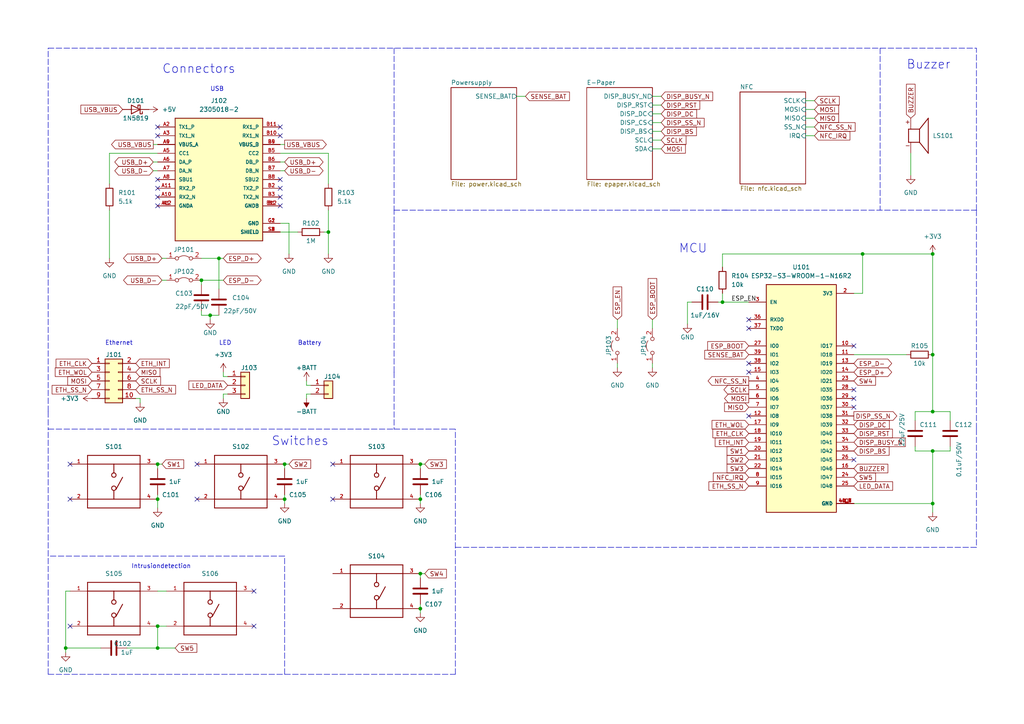
<source format=kicad_sch>
(kicad_sch (version 20211123) (generator eeschema)
  (paper "A4")
  (title_block (title "FabReader2") (date "2022-05-22") (rev "0.1") (company "RLKM UG (haftungsbeschränkt)") (comment 1 "Autoren: Joseph Langosch, Kai Kriegel"))
  (lib_symbols
    (symbol "2305018-2:2305018-2" (pin_names (offset 1.016))
      (property "Reference" "J" (at -12.7 18.0594 0))
      (property "Value" "2305018-2" (at -12.7 -20.3454 0))
      (symbol "2305018-2_0_0"
        (rectangle (start -12.7 -17.78) (end 12.7 17.78) (stroke (width 0.254)) (fill (type background)))
        (pin passive line (at -17.78 -7.62 0) (length 5.08) (name "GNDA") (number "A1"))
        (pin passive line (at -17.78 -5.08 0) (length 5.08) (name "RX2_N") (number "A10"))
        (pin passive line (at -17.78 -2.54 0) (length 5.08) (name "RX2_P") (number "A11"))
        (pin passive line (at -17.78 -7.62 0) (length 5.08) (name "GNDA") (number "A12"))
        (pin passive line (at -17.78 15.24 0) (length 5.08) (name "TX1_P") (number "A2"))
        (pin passive line (at -17.78 12.7 0) (length 5.08) (name "TX1_N") (number "A3"))
        (pin passive line (at -17.78 10.16 0) (length 5.08) (name "VBUS_A") (number "A4"))
        (pin passive line (at -17.78 7.62 0) (length 5.08) (name "CC1") (number "A5"))
        (pin passive line (at -17.78 5.08 0) (length 5.08) (name "DA_P") (number "A6"))
        (pin passive line (at -17.78 2.54 0) (length 5.08) (name "DA_N") (number "A7"))
        (pin passive line (at -17.78 0 0) (length 5.08) (name "SBU1") (number "A8"))
        (pin passive line (at -17.78 10.16 0) (length 5.08) (name "VBUS_A") (number "A9"))
        (pin passive line (at 17.78 -7.62 180) (length 5.08) (name "GNDB") (number "B1"))
        (pin passive line (at 17.78 12.7 180) (length 5.08) (name "RX1_N") (number "B10"))
        (pin passive line (at 17.78 15.24 180) (length 5.08) (name "RX1_P") (number "B11"))
        (pin passive line (at 17.78 -7.62 180) (length 5.08) (name "GNDB") (number "B12"))
        (pin passive line (at 17.78 -2.54 180) (length 5.08) (name "TX2_P") (number "B2"))
        (pin passive line (at 17.78 -5.08 180) (length 5.08) (name "TX2_N") (number "B3"))
        (pin passive line (at 17.78 10.16 180) (length 5.08) (name "VBUS_B") (number "B4"))
        (pin passive line (at 17.78 7.62 180) (length 5.08) (name "CC2") (number "B5"))
        (pin passive line (at 17.78 5.08 180) (length 5.08) (name "DB_P") (number "B6"))
        (pin passive line (at 17.78 2.54 180) (length 5.08) (name "DB_N") (number "B7"))
        (pin passive line (at 17.78 0 180) (length 5.08) (name "SBU2") (number "B8"))
        (pin passive line (at 17.78 10.16 180) (length 5.08) (name "VBUS_B") (number "B9"))
        (pin power_in line (at 17.78 -12.7 180) (length 5.08) (name "GND") (number "G1"))
        (pin power_in line (at 17.78 -12.7 180) (length 5.08) (name "GND") (number "G2"))
        (pin power_in line (at 17.78 -15.24 180) (length 5.08) (name "SHIELD") (number "S1"))
        (pin power_in line (at 17.78 -15.24 180) (length 5.08) (name "SHIELD") (number "S2"))
        (pin power_in line (at 17.78 -15.24 180) (length 5.08) (name "SHIELD") (number "S3"))
        (pin power_in line (at 17.78 -15.24 180) (length 5.08) (name "SHIELD") (number "S4"))
      )
    )
    (symbol "CMI-9705-0380-SMT-TR:CMI-9705-0380-SMT-TR" (pin_numbers hide) (pin_names (offset 1.016) hide)
      (property "Reference" "LS" (at -1.27 6.35 0))
      (property "Value" "CMI-9705-0380-SMT-TR" (at -1.27 -8.255 0))
      (symbol "CMI-9705-0380-SMT-TR_0_0"
        (polyline (pts (xy -3.175 -1.905) (xy -2.54 -1.905)) (stroke (width 0.254)))
        (polyline (pts (xy -3.175 1.905) (xy -3.175 -1.905)) (stroke (width 0.254)))
        (polyline (pts (xy -3.175 1.905) (xy -2.54 1.905)) (stroke (width 0.254)))
        (polyline (pts (xy -2.54 -2.54) (xy -2.54 -1.905)) (stroke (width 0.1524)))
        (polyline (pts (xy -2.54 -1.905) (xy 0 -1.905)) (stroke (width 0.254)))
        (polyline (pts (xy -2.54 1.905) (xy 0 1.905)) (stroke (width 0.254)))
        (polyline (pts (xy -2.54 2.54) (xy -2.54 1.905)) (stroke (width 0.1524)))
        (polyline (pts (xy 0 -1.905) (xy 0 1.905)) (stroke (width 0.254)))
        (polyline (pts (xy 0 -1.905) (xy 2.54 -5.08)) (stroke (width 0.254)))
        (polyline (pts (xy 0 1.905) (xy 2.54 5.08)) (stroke (width 0.254)))
        (polyline (pts (xy 2.54 -5.08) (xy 2.54 5.08)) (stroke (width 0.254)))
        (text "+" (at -4.318 3.302 0) (effects (font (size 1.27 1.27)) (justify left bottom)))
        (text "-" (at -4.318 -3.556 0) (effects (font (size 1.27 1.27)) (justify left bottom)))
        (pin passive line (at -2.54 -5.08 90) (length 2.54) (name "~") (number "N"))
        (pin passive line (at -2.54 5.08 270) (length 2.54) (name "~") (number "P"))
      )
    )
    (symbol "Connector_Generic:Conn_01x02" (pin_names (offset 1.016) hide)
      (property "Reference" "J" (at 0 2.54 0))
      (property "Value" "Conn_01x02" (at 0 -5.08 0))
      (symbol "Conn_01x02_1_1"
        (rectangle (start -1.27 -2.413) (end 0 -2.667) (stroke (width 0.1524)))
        (rectangle (start -1.27 0.127) (end 0 -0.127) (stroke (width 0.1524)))
        (rectangle (start -1.27 1.27) (end 1.27 -3.81) (stroke (width 0.254)) (fill (type background)))
        (pin passive line (at -5.08 0 0) (length 3.81) (name "Pin_1") (number "1"))
        (pin passive line (at -5.08 -2.54 0) (length 3.81) (name "Pin_2") (number "2"))
      )
    )
    (symbol "Connector_Generic:Conn_01x03" (pin_names (offset 1.016) hide)
      (property "Reference" "J" (at 0 5.08 0))
      (property "Value" "Conn_01x03" (at 0 -5.08 0))
      (symbol "Conn_01x03_1_1"
        (rectangle (start -1.27 -2.413) (end 0 -2.667) (stroke (width 0.1524)))
        (rectangle (start -1.27 0.127) (end 0 -0.127) (stroke (width 0.1524)))
        (rectangle (start -1.27 2.667) (end 0 2.413) (stroke (width 0.1524)))
        (rectangle (start -1.27 3.81) (end 1.27 -3.81) (stroke (width 0.254)) (fill (type background)))
        (pin passive line (at -5.08 2.54 0) (length 3.81) (name "Pin_1") (number "1"))
        (pin passive line (at -5.08 0 0) (length 3.81) (name "Pin_2") (number "2"))
        (pin passive line (at -5.08 -2.54 0) (length 3.81) (name "Pin_3") (number "3"))
      )
    )
    (symbol "Connector_Generic:Conn_02x05_Odd_Even" (pin_names (offset 1.016) hide)
      (property "Reference" "J" (at 1.27 7.62 0))
      (property "Value" "Conn_02x05_Odd_Even" (at 1.27 -7.62 0))
      (symbol "Conn_02x05_Odd_Even_1_1"
        (rectangle (start -1.27 -4.953) (end 0 -5.207) (stroke (width 0.1524)))
        (rectangle (start -1.27 -2.413) (end 0 -2.667) (stroke (width 0.1524)))
        (rectangle (start -1.27 0.127) (end 0 -0.127) (stroke (width 0.1524)))
        (rectangle (start -1.27 2.667) (end 0 2.413) (stroke (width 0.1524)))
        (rectangle (start -1.27 5.207) (end 0 4.953) (stroke (width 0.1524)))
        (rectangle (start -1.27 6.35) (end 3.81 -6.35) (stroke (width 0.254)) (fill (type background)))
        (rectangle (start 3.81 -4.953) (end 2.54 -5.207) (stroke (width 0.1524)))
        (rectangle (start 3.81 -2.413) (end 2.54 -2.667) (stroke (width 0.1524)))
        (rectangle (start 3.81 0.127) (end 2.54 -0.127) (stroke (width 0.1524)))
        (rectangle (start 3.81 2.667) (end 2.54 2.413) (stroke (width 0.1524)))
        (rectangle (start 3.81 5.207) (end 2.54 4.953) (stroke (width 0.1524)))
        (pin passive line (at -5.08 5.08 0) (length 3.81) (name "Pin_1") (number "1"))
        (pin passive line (at 7.62 -5.08 180) (length 3.81) (name "Pin_10") (number "10"))
        (pin passive line (at 7.62 5.08 180) (length 3.81) (name "Pin_2") (number "2"))
        (pin passive line (at -5.08 2.54 0) (length 3.81) (name "Pin_3") (number "3"))
        (pin passive line (at 7.62 2.54 180) (length 3.81) (name "Pin_4") (number "4"))
        (pin passive line (at -5.08 0 0) (length 3.81) (name "Pin_5") (number "5"))
        (pin passive line (at 7.62 0 180) (length 3.81) (name "Pin_6") (number "6"))
        (pin passive line (at -5.08 -2.54 0) (length 3.81) (name "Pin_7") (number "7"))
        (pin passive line (at 7.62 -2.54 180) (length 3.81) (name "Pin_8") (number "8"))
        (pin passive line (at -5.08 -5.08 0) (length 3.81) (name "Pin_9") (number "9"))
      )
    )
    (symbol "Device:C" (pin_numbers hide) (pin_names (offset 0.254))
      (property "Reference" "C" (at 0.635 2.54 0))
      (property "Value" "C" (at 0.635 -2.54 0))
      (symbol "C_0_1"
        (polyline (pts (xy -2.032 -0.762) (xy 2.032 -0.762)) (stroke (width 0.508)))
        (polyline (pts (xy -2.032 0.762) (xy 2.032 0.762)) (stroke (width 0.508)))
      )
      (symbol "C_1_1"
        (pin passive line (at 0 3.81 270) (length 2.794) (name "~") (number "1"))
        (pin passive line (at 0 -3.81 90) (length 2.794) (name "~") (number "2"))
      )
    )
    (symbol "Device:R" (pin_numbers hide) (pin_names (offset 0))
      (property "Reference" "R" (at 2.032 0 90))
      (property "Value" "R" (at 0 0 90))
      (symbol "R_0_1"
        (rectangle (start -1.016 -2.54) (end 1.016 2.54) (stroke (width 0.254)))
      )
      (symbol "R_1_1"
        (pin passive line (at 0 3.81 270) (length 1.27) (name "~") (number "1"))
        (pin passive line (at 0 -3.81 90) (length 1.27) (name "~") (number "2"))
      )
    )
    (symbol "Diode:1N5819" (pin_numbers hide) (pin_names (offset 1.016) hide)
      (property "Reference" "D" (at 0 2.54 0))
      (property "Value" "1N5819" (at 0 -2.54 0))
      (symbol "1N5819_0_1"
        (polyline (pts (xy 1.27 0) (xy -1.27 0)))
        (polyline (pts (xy 1.27 1.27) (xy 1.27 -1.27) (xy -1.27 0) (xy 1.27 1.27)) (stroke (width 0.254)))
        (polyline (pts (xy -1.905 0.635) (xy -1.905 1.27) (xy -1.27 1.27) (xy -1.27 -1.27) (xy -0.635 -1.27) (xy -0.635 -0.635)) (stroke (width 0.254)))
      )
      (symbol "1N5819_1_1"
        (pin passive line (at -3.81 0 0) (length 2.54) (name "K") (number "1"))
        (pin passive line (at 3.81 0 180) (length 2.54) (name "A") (number "2"))
      )
    )
    (symbol "ESP32-S3-WROOM-1-N16R2:ESP32-S3-WROOM-1-N16R2" (pin_names (offset 1.016))
      (property "Reference" "U" (at -10.16 34.1122 0))
      (property "Value" "ESP32-S3-WROOM-1-N16R2" (at -10.16 -35.56 0))
      (symbol "ESP32-S3-WROOM-1-N16R2_0_0"
        (rectangle (start -10.16 -33.02) (end 10.16 33.02) (stroke (width 0.254)) (fill (type background)))
        (pin power_in line (at 15.24 -30.48 180) (length 5.08) (name "GND") (number "1"))
        (pin bidirectional line (at 15.24 15.24 180) (length 5.08) (name "IO17") (number "10"))
        (pin bidirectional line (at 15.24 12.7 180) (length 5.08) (name "IO18") (number "11"))
        (pin bidirectional line (at -15.24 -5.08 0) (length 5.08) (name "IO8") (number "12"))
        (pin bidirectional line (at 15.24 10.16 180) (length 5.08) (name "IO19") (number "13"))
        (pin bidirectional line (at 15.24 7.62 180) (length 5.08) (name "IO20") (number "14"))
        (pin bidirectional line (at -15.24 7.62 0) (length 5.08) (name "IO3") (number "15"))
        (pin bidirectional line (at 15.24 -20.32 180) (length 5.08) (name "IO46") (number "16"))
        (pin bidirectional line (at -15.24 -7.62 0) (length 5.08) (name "IO9") (number "17"))
        (pin bidirectional line (at -15.24 -10.16 0) (length 5.08) (name "IO10") (number "18"))
        (pin bidirectional line (at -15.24 -12.7 0) (length 5.08) (name "IO11") (number "19"))
        (pin power_in line (at 15.24 30.48 180) (length 5.08) (name "3V3") (number "2"))
        (pin bidirectional line (at -15.24 -15.24 0) (length 5.08) (name "IO12") (number "20"))
        (pin bidirectional line (at -15.24 -17.78 0) (length 5.08) (name "IO13") (number "21"))
        (pin bidirectional line (at -15.24 -20.32 0) (length 5.08) (name "IO14") (number "22"))
        (pin bidirectional line (at 15.24 5.08 180) (length 5.08) (name "IO21") (number "23"))
        (pin bidirectional line (at 15.24 -22.86 180) (length 5.08) (name "IO47") (number "24"))
        (pin bidirectional line (at 15.24 -25.4 180) (length 5.08) (name "IO48") (number "25"))
        (pin bidirectional line (at 15.24 -17.78 180) (length 5.08) (name "IO45") (number "26"))
        (pin bidirectional line (at -15.24 15.24 0) (length 5.08) (name "IO0") (number "27"))
        (pin bidirectional line (at 15.24 2.54 180) (length 5.08) (name "IO35") (number "28"))
        (pin bidirectional line (at 15.24 0 180) (length 5.08) (name "IO36") (number "29"))
        (pin input line (at -15.24 27.94 0) (length 5.08) (name "EN") (number "3"))
        (pin bidirectional line (at 15.24 -2.54 180) (length 5.08) (name "IO37") (number "30"))
        (pin bidirectional line (at 15.24 -5.08 180) (length 5.08) (name "IO38") (number "31"))
        (pin bidirectional line (at 15.24 -7.62 180) (length 5.08) (name "IO39") (number "32"))
        (pin bidirectional line (at 15.24 -10.16 180) (length 5.08) (name "IO40") (number "33"))
        (pin bidirectional line (at 15.24 -12.7 180) (length 5.08) (name "IO41") (number "34"))
        (pin bidirectional line (at 15.24 -15.24 180) (length 5.08) (name "IO42") (number "35"))
        (pin bidirectional line (at -15.24 22.86 0) (length 5.08) (name "RXD0") (number "36"))
        (pin bidirectional line (at -15.24 20.32 0) (length 5.08) (name "TXD0") (number "37"))
        (pin bidirectional line (at -15.24 10.16 0) (length 5.08) (name "IO2") (number "38"))
        (pin bidirectional line (at -15.24 12.7 0) (length 5.08) (name "IO1") (number "39"))
        (pin bidirectional line (at -15.24 5.08 0) (length 5.08) (name "IO4") (number "4"))
        (pin power_in line (at 15.24 -30.48 180) (length 5.08) (name "GND") (number "40"))
        (pin power_in line (at 15.24 -30.48 180) (length 5.08) (name "GND") (number "41_1"))
        (pin power_in line (at 15.24 -30.48 180) (length 5.08) (name "GND") (number "41_2"))
        (pin power_in line (at 15.24 -30.48 180) (length 5.08) (name "GND") (number "41_3"))
        (pin power_in line (at 15.24 -30.48 180) (length 5.08) (name "GND") (number "41_4"))
        (pin power_in line (at 15.24 -30.48 180) (length 5.08) (name "GND") (number "41_5"))
        (pin power_in line (at 15.24 -30.48 180) (length 5.08) (name "GND") (number "41_6"))
        (pin power_in line (at 15.24 -30.48 180) (length 5.08) (name "GND") (number "41_7"))
        (pin power_in line (at 15.24 -30.48 180) (length 5.08) (name "GND") (number "41_8"))
        (pin power_in line (at 15.24 -30.48 180) (length 5.08) (name "GND") (number "41_9"))
        (pin bidirectional line (at -15.24 2.54 0) (length 5.08) (name "IO5") (number "5"))
        (pin bidirectional line (at -15.24 0 0) (length 5.08) (name "IO6") (number "6"))
        (pin bidirectional line (at -15.24 -2.54 0) (length 5.08) (name "IO7") (number "7"))
        (pin bidirectional line (at -15.24 -22.86 0) (length 5.08) (name "IO15") (number "8"))
        (pin bidirectional line (at -15.24 -25.4 0) (length 5.08) (name "IO16") (number "9"))
      )
    )
    (symbol "Jumper:Jumper_2_Bridged" (pin_names (offset 0) hide)
      (property "Reference" "JP" (at 0 1.905 0))
      (property "Value" "Jumper_2_Bridged" (at 0 -2.54 0))
      (symbol "Jumper_2_Bridged_0_0"
        (circle (center -2.032 0) (radius 0.508))
        (circle (center 2.032 0) (radius 0.508))
      )
      (symbol "Jumper_2_Bridged_0_1"
        (arc (start 1.524 0.254) (mid 0 0.762) (end -1.524 0.254))
      )
      (symbol "Jumper_2_Bridged_1_1"
        (pin passive line (at -5.08 0 0) (length 2.54) (name "A") (number "1"))
        (pin passive line (at 5.08 0 180) (length 2.54) (name "B") (number "2"))
      )
    )
    (symbol "Jumper:Jumper_2_Open" (pin_names (offset 0) hide)
      (property "Reference" "JP" (at 0 2.794 0))
      (property "Value" "Jumper_2_Open" (at 0 -2.286 0))
      (symbol "Jumper_2_Open_0_0"
        (circle (center -2.032 0) (radius 0.508))
        (circle (center 2.032 0) (radius 0.508))
      )
      (symbol "Jumper_2_Open_0_1"
        (arc (start 1.524 1.27) (mid 0 1.778) (end -1.524 1.27))
      )
      (symbol "Jumper_2_Open_1_1"
        (pin passive line (at -5.08 0 0) (length 2.54) (name "A") (number "1"))
        (pin passive line (at 5.08 0 180) (length 2.54) (name "B") (number "2"))
      )
    )
    (symbol "TS04-66-95-BK-260-SMT:TS04-66-95-BK-260-SMT" (pin_names (offset 1.016) hide)
      (property "Reference" "S" (at -7.62 8.382 0))
      (property "Value" "TS04-66-95-BK-260-SMT" (at -7.62 -8.382 0))
      (symbol "TS04-66-95-BK-260-SMT_0_0"
        (circle (center 0 -1.905) (radius 0.635) (stroke (width 0.254)))
        (polyline (pts (xy -7.62 -7.62) (xy 7.62 -7.62)) (stroke (width 0.254)))
        (polyline (pts (xy -7.62 -5.08) (xy -7.62 -7.62)) (stroke (width 0.254)))
        (polyline (pts (xy -7.62 5.08) (xy -7.62 -5.08)) (stroke (width 0.254)))
        (polyline (pts (xy -7.62 7.62) (xy -7.62 5.08)) (stroke (width 0.254)))
        (polyline (pts (xy 0 -5.08) (xy -7.62 -5.08)) (stroke (width 0.254)))
        (polyline (pts (xy 0 -5.08) (xy 7.62 -5.08)) (stroke (width 0.254)))
        (polyline (pts (xy 0 -2.54) (xy 0 -5.08)) (stroke (width 0.254)))
        (polyline (pts (xy 0 5.08) (xy -7.62 5.08)) (stroke (width 0.254)))
        (polyline (pts (xy 0 5.08) (xy 0 2.54)) (stroke (width 0.254)))
        (polyline (pts (xy 0 5.08) (xy 7.62 5.08)) (stroke (width 0.254)))
        (polyline (pts (xy 0.635 -2.2352) (xy 2.54 1.27)) (stroke (width 0.254)))
        (polyline (pts (xy 7.62 -7.62) (xy 7.62 -5.08)) (stroke (width 0.254)))
        (polyline (pts (xy 7.62 -5.08) (xy 7.62 5.08)) (stroke (width 0.254)))
        (polyline (pts (xy 7.62 5.08) (xy 7.62 7.62)) (stroke (width 0.254)))
        (polyline (pts (xy 7.62 7.62) (xy -7.62 7.62)) (stroke (width 0.254)))
        (circle (center 0 1.905) (radius 0.635) (stroke (width 0.254)))
        (pin passive line (at -12.7 5.08 0) (length 5.08) (name "~") (number "1"))
        (pin passive line (at -12.7 -5.08 0) (length 5.08) (name "~") (number "2"))
        (pin passive line (at 12.7 5.08 180) (length 5.08) (name "~") (number "3"))
        (pin passive line (at 12.7 -5.08 180) (length 5.08) (name "~") (number "4"))
      )
    )
    (symbol "power:+3V3" (power) (pin_names (offset 0))
      (property "Value" "+3V3" (at 0 3.556 0))
      (symbol "+3V3_0_1"
        (polyline (pts (xy -0.762 1.27) (xy 0 2.54)))
        (polyline (pts (xy 0 0) (xy 0 2.54)))
        (polyline (pts (xy 0 2.54) (xy 0.762 1.27)))
      )
      (symbol "+3V3_1_1"
        (pin power_in line (at 0 0 90) (length 0) hide (name "+3V3") (number "1"))
      )
    )
    (symbol "power:+5V" (power) (pin_names (offset 0))
      (property "Value" "+5V" (at 0 3.556 0))
      (symbol "+5V_0_1"
        (polyline (pts (xy -0.762 1.27) (xy 0 2.54)))
        (polyline (pts (xy 0 0) (xy 0 2.54)))
        (polyline (pts (xy 0 2.54) (xy 0.762 1.27)))
      )
      (symbol "+5V_1_1"
        (pin power_in line (at 0 0 90) (length 0) hide (name "+5V") (number "1"))
      )
    )
    (symbol "power:+BATT" (power) (pin_names (offset 0))
      (property "Value" "+BATT" (at 0 3.556 0))
      (symbol "+BATT_0_1"
        (polyline (pts (xy -0.762 1.27) (xy 0 2.54)))
        (polyline (pts (xy 0 0) (xy 0 2.54)))
        (polyline (pts (xy 0 2.54) (xy 0.762 1.27)))
      )
      (symbol "+BATT_1_1"
        (pin power_in line (at 0 0 90) (length 0) hide (name "+BATT") (number "1"))
      )
    )
    (symbol "power:-BATT" (power) (pin_names (offset 0))
      (property "Value" "-BATT" (at 0 3.556 0))
      (symbol "-BATT_0_1"
        (polyline (pts (xy 0 0) (xy 0 2.54)))
        (polyline (pts (xy 0.762 1.27) (xy -0.762 1.27) (xy 0 2.54) (xy 0.762 1.27)) (fill (type outline)))
      )
      (symbol "-BATT_1_1"
        (pin power_in line (at 0 0 90) (length 0) hide (name "-BATT") (number "1"))
      )
    )
    (symbol "power:GND" (power) (pin_names (offset 0))
      (property "Value" "GND" (at 0 -3.81 0))
      (symbol "GND_0_1"
        (polyline (pts (xy 0 0) (xy 0 -1.27) (xy 1.27 -1.27) (xy 0 -2.54) (xy -1.27 -1.27) (xy 0 -1.27)))
      )
      (symbol "GND_1_1"
        (pin power_in line (at 0 0 270) (length 0) hide (name "GND") (number "1"))
      )
    )
  )
  (junction (at 82.55 134.62))
  (junction (at 45.72 187.96))
  (junction (at 45.72 181.61))
  (junction (at 19.05 187.96))
  (junction (at 63.5 74.93))
  (junction (at 250.19 73.66))
  (junction (at 209.55 87.63))
  (junction (at 82.55 144.78))
  (junction (at 121.92 144.78))
  (junction (at 58.42 81.28))
  (junction (at 270.51 119.38))
  (junction (at 121.92 166.37))
  (junction (at 95.25 67.31))
  (junction (at 60.96 91.44))
  (junction (at 121.92 134.62))
  (junction (at 270.51 73.66))
  (junction (at 45.72 144.78))
  (junction (at 270.51 146.05))
  (junction (at 270.51 130.81))
  (junction (at 270.51 102.87))
  (junction (at 45.72 134.62))
  (junction (at 121.92 176.53))
  (no_connect (at 45.72 54.61))
  (no_connect (at 57.15 144.78))
  (no_connect (at 73.66 171.45))
  (no_connect (at 73.66 181.61))
  (no_connect (at 96.52 144.78))
  (no_connect (at 20.32 181.61))
  (no_connect (at 45.72 36.83))
  (no_connect (at 81.28 36.83))
  (no_connect (at 81.28 59.69))
  (no_connect (at 81.28 52.07))
  (no_connect (at 81.28 54.61))
  (no_connect (at 81.28 57.15))
  (no_connect (at 20.32 144.78))
  (no_connect (at 45.72 39.37))
  (no_connect (at 20.32 134.62))
  (no_connect (at 45.72 59.69))
  (no_connect (at 217.17 107.95))
  (no_connect (at 96.52 134.62))
  (no_connect (at 57.15 134.62))
  (no_connect (at 217.17 120.65))
  (no_connect (at 217.17 95.25))
  (no_connect (at 45.72 52.07))
  (no_connect (at 247.65 100.33))
  (no_connect (at 247.65 133.35))
  (no_connect (at 247.65 118.11))
  (no_connect (at 247.65 115.57))
  (no_connect (at 247.65 113.03))
  (no_connect (at 217.17 105.41))
  (no_connect (at 217.17 92.71))
  (no_connect (at 45.72 57.15))
  (no_connect (at 81.28 39.37))
  (wire (pts (xy 121.92 166.37) (xy 121.92 167.64)))
  (wire (pts (xy 44.45 49.53) (xy 45.72 49.53)))
  (wire (pts (xy 82.55 144.78) (xy 82.55 146.05)))
  (wire (pts (xy 189.23 43.18) (xy 191.77 43.18)))
  (wire (pts (xy 90.17 111.76) (xy 88.9 111.76)))
  (wire (pts (xy 40.64 115.57) (xy 40.64 116.84)))
  (wire (pts (xy 63.5 74.93) (xy 58.42 74.93)))
  (wire (pts (xy 82.55 134.62) (xy 83.82 134.62)))
  (wire (pts (xy 19.05 187.96) (xy 19.05 171.45)))
  (wire (pts (xy 209.55 73.66) (xy 250.19 73.66)))
  (wire (pts (xy 264.16 44.45) (xy 264.16 50.8)))
  (polyline (pts (xy 114.3 107.95) (xy 114.3 124.46)))
  (wire (pts (xy 121.92 134.62) (xy 121.92 135.89)))
  (wire (pts (xy 45.72 187.96) (xy 50.8 187.96)))
  (polyline (pts (xy 13.97 119.38) (xy 13.97 13.97)))
  (wire (pts (xy 95.25 53.34) (xy 95.25 44.45)))
  (wire (pts (xy 270.51 130.81) (xy 270.51 146.05)))
  (polyline (pts (xy 195.58 60.96) (xy 210.82 60.96)))
  (wire (pts (xy 64.77 81.28) (xy 58.42 81.28)))
  (wire (pts (xy 66.04 109.22) (xy 64.77 109.22)))
  (wire (pts (xy 149.86 27.94) (xy 152.4 27.94)))
  (wire (pts (xy 189.23 40.64) (xy 191.77 40.64)))
  (wire (pts (xy 121.92 175.26) (xy 121.92 176.53)))
  (wire (pts (xy 189.23 35.56) (xy 191.77 35.56)))
  (wire (pts (xy 121.92 166.37) (xy 123.19 166.37)))
  (wire (pts (xy 121.92 177.8) (xy 121.92 176.53)))
  (polyline (pts (xy 255.27 13.97) (xy 255.27 60.96)))
  (polyline (pts (xy 132.08 195.58) (xy 132.08 124.46)))
  (wire (pts (xy 121.92 143.51) (xy 121.92 144.78)))
  (wire (pts (xy 45.72 44.45) (xy 31.75 44.45)))
  (wire (pts (xy 31.75 44.45) (xy 31.75 53.34)))
  (polyline (pts (xy 13.97 195.58) (xy 13.97 124.46)))
  (polyline (pts (xy 114.3 107.95) (xy 114.3 60.96)))
  (wire (pts (xy 265.43 130.81) (xy 270.51 130.81)))
  (wire (pts (xy 209.55 77.47) (xy 209.55 73.66)))
  (wire (pts (xy 209.55 85.09) (xy 209.55 87.63)))
  (wire (pts (xy 270.51 130.81) (xy 275.59 130.81)))
  (wire (pts (xy 83.82 64.77) (xy 81.28 64.77)))
  (polyline (pts (xy 209.55 60.96) (xy 210.82 60.96)))
  (wire (pts (xy 189.23 38.1) (xy 191.77 38.1)))
  (wire (pts (xy 270.51 146.05) (xy 270.51 148.59)))
  (polyline (pts (xy 283.21 60.96) (xy 283.21 124.46)))
  (wire (pts (xy 83.82 73.66) (xy 83.82 64.77)))
  (wire (pts (xy 275.59 130.81) (xy 275.59 129.54)))
  (wire (pts (xy 31.75 60.96) (xy 31.75 74.93)))
  (wire (pts (xy 19.05 171.45) (xy 20.32 171.45)))
  (wire (pts (xy 45.72 181.61) (xy 48.26 181.61)))
  (wire (pts (xy 209.55 87.63) (xy 217.17 87.63)))
  (wire (pts (xy 46.99 81.28) (xy 48.26 81.28)))
  (wire (pts (xy 270.51 119.38) (xy 275.59 119.38)))
  (polyline (pts (xy 283.21 158.75) (xy 173.99 158.75)))
  (wire (pts (xy 179.07 92.71) (xy 179.07 95.25)))
  (wire (pts (xy 81.28 44.45) (xy 95.25 44.45)))
  (polyline (pts (xy 13.97 13.97) (xy 118.11 13.97)))
  (polyline (pts (xy 130.81 195.58) (xy 132.08 195.58)))
  (wire (pts (xy 45.72 134.62) (xy 45.72 135.89)))
  (wire (pts (xy 88.9 114.3) (xy 88.9 115.57)))
  (wire (pts (xy 58.42 91.44) (xy 60.96 91.44)))
  (wire (pts (xy 60.96 91.44) (xy 63.5 91.44)))
  (wire (pts (xy 199.39 87.63) (xy 200.66 87.63)))
  (polyline (pts (xy 82.55 195.58) (xy 82.55 161.29)))
  (wire (pts (xy 265.43 119.38) (xy 270.51 119.38)))
  (wire (pts (xy 121.92 146.05) (xy 121.92 144.78)))
  (wire (pts (xy 95.25 60.96) (xy 95.25 67.31)))
  (wire (pts (xy 179.07 105.41) (xy 179.07 106.68)))
  (wire (pts (xy 189.23 27.94) (xy 191.77 27.94)))
  (wire (pts (xy 45.72 144.78) (xy 45.72 147.32)))
  (wire (pts (xy 189.23 92.71) (xy 189.23 95.25)))
  (wire (pts (xy 233.68 36.83) (xy 236.22 36.83)))
  (wire (pts (xy 265.43 121.92) (xy 265.43 119.38)))
  (wire (pts (xy 81.28 46.99) (xy 82.55 46.99)))
  (wire (pts (xy 199.39 93.98) (xy 199.39 87.63)))
  (wire (pts (xy 45.72 134.62) (xy 46.99 134.62)))
  (polyline (pts (xy 118.11 13.97) (xy 283.21 13.97)))
  (polyline (pts (xy 283.21 60.96) (xy 283.21 13.97)))
  (wire (pts (xy 44.45 46.99) (xy 45.72 46.99)))
  (wire (pts (xy 44.45 41.91) (xy 45.72 41.91)))
  (wire (pts (xy 82.55 134.62) (xy 82.55 135.89)))
  (polyline (pts (xy 13.97 119.38) (xy 13.97 124.46)))
  (wire (pts (xy 247.65 146.05) (xy 270.51 146.05)))
  (wire (pts (xy 270.51 73.66) (xy 270.51 102.87)))
  (wire (pts (xy 250.19 73.66) (xy 270.51 73.66)))
  (wire (pts (xy 81.28 49.53) (xy 82.55 49.53)))
  (wire (pts (xy 250.19 85.09) (xy 247.65 85.09)))
  (polyline (pts (xy 283.21 124.46) (xy 283.21 158.75)))
  (wire (pts (xy 64.77 115.57) (xy 64.77 114.3)))
  (polyline (pts (xy 114.3 124.46) (xy 132.08 124.46)))
  (wire (pts (xy 64.77 114.3) (xy 66.04 114.3)))
  (polyline (pts (xy 13.97 124.46) (xy 114.3 124.46)))
  (wire (pts (xy 19.05 189.23) (xy 19.05 187.96)))
  (wire (pts (xy 121.92 134.62) (xy 123.19 134.62)))
  (wire (pts (xy 46.99 74.93) (xy 48.26 74.93)))
  (wire (pts (xy 189.23 30.48) (xy 191.77 30.48)))
  (polyline (pts (xy 114.3 13.97) (xy 114.3 60.96)))
  (polyline (pts (xy 13.97 195.58) (xy 130.81 195.58)))
  (wire (pts (xy 233.68 31.75) (xy 236.22 31.75)))
  (wire (pts (xy 58.42 90.17) (xy 58.42 91.44)))
  (wire (pts (xy 265.43 129.54) (xy 265.43 130.81)))
  (wire (pts (xy 81.28 67.31) (xy 86.36 67.31)))
  (wire (pts (xy 60.96 91.44) (xy 60.96 92.71)))
  (wire (pts (xy 45.72 181.61) (xy 45.72 187.96)))
  (wire (pts (xy 250.19 73.66) (xy 250.19 85.09)))
  (wire (pts (xy 233.68 29.21) (xy 236.22 29.21)))
  (wire (pts (xy 88.9 111.76) (xy 88.9 110.49)))
  (wire (pts (xy 82.55 143.51) (xy 82.55 144.78)))
  (wire (pts (xy 270.51 102.87) (xy 270.51 119.38)))
  (wire (pts (xy 189.23 33.02) (xy 191.77 33.02)))
  (wire (pts (xy 19.05 187.96) (xy 29.21 187.96)))
  (polyline (pts (xy 210.82 60.96) (xy 283.21 60.96)))
  (wire (pts (xy 64.77 109.22) (xy 64.77 107.95)))
  (polyline (pts (xy 114.3 60.96) (xy 195.58 60.96)))
  (wire (pts (xy 275.59 121.92) (xy 275.59 119.38)))
  (wire (pts (xy 64.77 74.93) (xy 63.5 74.93)))
  (wire (pts (xy 36.83 187.96) (xy 45.72 187.96)))
  (wire (pts (xy 233.68 34.29) (xy 236.22 34.29)))
  (wire (pts (xy 58.42 81.28) (xy 58.42 82.55)))
  (wire (pts (xy 45.72 171.45) (xy 48.26 171.45)))
  (wire (pts (xy 233.68 39.37) (xy 236.22 39.37)))
  (wire (pts (xy 45.72 143.51) (xy 45.72 144.78)))
  (wire (pts (xy 90.17 114.3) (xy 88.9 114.3)))
  (wire (pts (xy 63.5 74.93) (xy 63.5 83.82)))
  (wire (pts (xy 208.28 87.63) (xy 209.55 87.63)))
  (polyline (pts (xy 82.55 161.29) (xy 13.97 161.29)))
  (wire (pts (xy 95.25 67.31) (xy 95.25 73.66)))
  (polyline (pts (xy 132.08 158.75) (xy 173.99 158.75)))
  (wire (pts (xy 189.23 105.41) (xy 189.23 106.68)))
  (wire (pts (xy 39.37 115.57) (xy 40.64 115.57)))
  (wire (pts (xy 262.89 102.87) (xy 247.65 102.87)))
  (wire (pts (xy 81.28 41.91) (xy 82.55 41.91)))
  (wire (pts (xy 93.98 67.31) (xy 95.25 67.31)))
  (text "Buzzer" (at 262.89 20.32 0) (effects (font (size 2.54 2.54)) (justify left bottom)))
  (text "LED" (at 63.5 100.33 0) (effects (font (size 1.27 1.27)) (justify left bottom)))
  (text "USB" (at 60.96 26.67 0) (effects (font (size 1.27 1.27)) (justify left bottom)))
  (text "Battery" (at 86.36 100.33 0) (effects (font (size 1.27 1.27)) (justify left bottom)))
  (text "Intrusiondetection" (at 38.1 165.1 0) (effects (font (size 1.27 1.27)) (justify left bottom)))
  (text "Connectors" (at 46.99 21.59 0) (effects (font (size 2.54 2.54)) (justify left bottom)))
  (text "MCU" (at 196.85 73.66 0) (effects (font (size 2.54 2.54)) (justify left bottom)))
  (text "Switches" (at 78.74 129.54 0) (effects (font (size 2.54 2.54)) (justify left bottom)))
  (text "Ethernet" (at 30.48 100.33 0) (effects (font (size 1.27 1.27)) (justify left bottom)))
  (label "ESP_EN" (at 212.09 87.63 0))
  (global_label "SCLK" (shape input) (at 236.22 29.21 0) (property "Intersheet References" "${INTERSHEET_REFS}" (effects hide)))
  (global_label "SENSE_BAT" (shape input) (at 152.4 27.94 0) (property "Intersheet References" "${INTERSHEET_REFS}" (effects hide)))
  (global_label "ESP_EN" (shape input) (at 179.07 92.71 90) (property "Intersheet References" "${INTERSHEET_REFS}" (effects hide)))
  (global_label "DISP_SS_N" (shape output) (at 247.65 120.65 0) (property "Intersheet References" "${INTERSHEET_REFS}" (effects hide)))
  (global_label "SCLK" (shape output) (at 217.17 113.03 180) (property "Intersheet References" "${INTERSHEET_REFS}" (effects hide)))
  (global_label "SW3" (shape input) (at 123.19 134.62 0) (property "Intersheet References" "${INTERSHEET_REFS}" (effects hide)))
  (global_label "ETH_WOL" (shape input) (at 217.17 123.19 180) (property "Intersheet References" "${INTERSHEET_REFS}" (effects hide)))
  (global_label "ESP_D+" (shape bidirectional) (at 64.77 74.93 0) (property "Intersheet References" "${INTERSHEET_REFS}" (effects hide)))
  (global_label "SW2" (shape input) (at 217.17 133.35 180) (property "Intersheet References" "${INTERSHEET_REFS}" (effects hide)))
  (global_label "USB_VBUS" (shape output) (at 44.45 41.91 180) (property "Intersheet References" "${INTERSHEET_REFS}" (effects hide)))
  (global_label "USB_D+" (shape bidirectional) (at 82.55 46.99 0) (property "Intersheet References" "${INTERSHEET_REFS}" (effects hide)))
  (global_label "DISP_RST" (shape input) (at 247.65 125.73 0) (property "Intersheet References" "${INTERSHEET_REFS}" (effects hide)))
  (global_label "MISO" (shape input) (at 39.37 107.95 0) (property "Intersheet References" "${INTERSHEET_REFS}" (effects hide)))
  (global_label "SW4" (shape input) (at 247.65 110.49 0) (property "Intersheet References" "${INTERSHEET_REFS}" (effects hide)))
  (global_label "SW5" (shape input) (at 50.8 187.96 0) (property "Intersheet References" "${INTERSHEET_REFS}" (effects hide)))
  (global_label "DISP_DC" (shape input) (at 191.77 33.02 0) (property "Intersheet References" "${INTERSHEET_REFS}" (effects hide)))
  (global_label "SW5" (shape input) (at 247.65 138.43 0) (property "Intersheet References" "${INTERSHEET_REFS}" (effects hide)))
  (global_label "MOSI" (shape output) (at 217.17 115.57 180) (property "Intersheet References" "${INTERSHEET_REFS}" (effects hide)))
  (global_label "SW4" (shape input) (at 123.19 166.37 0) (property "Intersheet References" "${INTERSHEET_REFS}" (effects hide)))
  (global_label "DISP_DC" (shape input) (at 247.65 123.19 0) (property "Intersheet References" "${INTERSHEET_REFS}" (effects hide)))
  (global_label "ETH_SS_N" (shape input) (at 26.67 113.03 180) (property "Intersheet References" "${INTERSHEET_REFS}" (effects hide)))
  (global_label "NFC_SS_N" (shape input) (at 236.22 36.83 0) (property "Intersheet References" "${INTERSHEET_REFS}" (effects hide)))
  (global_label "SW3" (shape input) (at 217.17 135.89 180) (property "Intersheet References" "${INTERSHEET_REFS}" (effects hide)))
  (global_label "LED_DATA" (shape input) (at 247.65 140.97 0) (property "Intersheet References" "${INTERSHEET_REFS}" (effects hide)))
  (global_label "DISP_BUSY_N" (shape input) (at 247.65 128.27 0) (property "Intersheet References" "${INTERSHEET_REFS}" (effects hide)))
  (global_label "NFC_SS_N" (shape output) (at 217.17 110.49 180) (property "Intersheet References" "${INTERSHEET_REFS}" (effects hide)))
  (global_label "ETH_INT" (shape input) (at 39.37 105.41 0) (property "Intersheet References" "${INTERSHEET_REFS}" (effects hide)))
  (global_label "MOSI" (shape input) (at 191.77 43.18 0) (property "Intersheet References" "${INTERSHEET_REFS}" (effects hide)))
  (global_label "ESP_D-" (shape bidirectional) (at 64.77 81.28 0) (property "Intersheet References" "${INTERSHEET_REFS}" (effects hide)))
  (global_label "BUZZER" (shape input) (at 247.65 135.89 0) (property "Intersheet References" "${INTERSHEET_REFS}" (effects hide)))
  (global_label "DISP_BS" (shape input) (at 191.77 38.1 0) (property "Intersheet References" "${INTERSHEET_REFS}" (effects hide)))
  (global_label "SCLK" (shape input) (at 39.37 110.49 0) (property "Intersheet References" "${INTERSHEET_REFS}" (effects hide)))
  (global_label "DISP_BS" (shape input) (at 247.65 130.81 0) (property "Intersheet References" "${INTERSHEET_REFS}" (effects hide)))
  (global_label "SENSE_BAT" (shape input) (at 217.17 102.87 180) (property "Intersheet References" "${INTERSHEET_REFS}" (effects hide)))
  (global_label "ETH_SS_N" (shape input) (at 217.17 140.97 180) (property "Intersheet References" "${INTERSHEET_REFS}" (effects hide)))
  (global_label "NFC_IRQ" (shape input) (at 236.22 39.37 0) (property "Intersheet References" "${INTERSHEET_REFS}" (effects hide)))
  (global_label "USB_D-" (shape bidirectional) (at 82.55 49.53 0) (property "Intersheet References" "${INTERSHEET_REFS}" (effects hide)))
  (global_label "LED_DATA" (shape input) (at 66.04 111.76 180) (property "Intersheet References" "${INTERSHEET_REFS}" (effects hide)))
  (global_label "ETH_WOL" (shape input) (at 26.67 107.95 180) (property "Intersheet References" "${INTERSHEET_REFS}" (effects hide)))
  (global_label "DISP_BUSY_N" (shape input) (at 191.77 27.94 0) (property "Intersheet References" "${INTERSHEET_REFS}" (effects hide)))
  (global_label "ETH_CLK" (shape input) (at 26.67 105.41 180) (property "Intersheet References" "${INTERSHEET_REFS}" (effects hide)))
  (global_label "ESP_BOOT" (shape input) (at 189.23 92.71 90) (property "Intersheet References" "${INTERSHEET_REFS}" (effects hide)))
  (global_label "MOSI" (shape input) (at 26.67 110.49 180) (property "Intersheet References" "${INTERSHEET_REFS}" (effects hide)))
  (global_label "DISP_SS_N" (shape input) (at 191.77 35.56 0) (property "Intersheet References" "${INTERSHEET_REFS}" (effects hide)))
  (global_label "MOSI" (shape input) (at 236.22 31.75 0) (property "Intersheet References" "${INTERSHEET_REFS}" (effects hide)))
  (global_label "ESP_D-" (shape bidirectional) (at 247.65 105.41 0) (property "Intersheet References" "${INTERSHEET_REFS}" (effects hide)))
  (global_label "USB_VBUS" (shape input) (at 35.56 31.75 180) (property "Intersheet References" "${INTERSHEET_REFS}" (effects hide)))
  (global_label "NFC_IRQ" (shape input) (at 217.17 138.43 180) (property "Intersheet References" "${INTERSHEET_REFS}" (effects hide)))
  (global_label "BUZZER" (shape input) (at 264.16 34.29 90) (property "Intersheet References" "${INTERSHEET_REFS}" (effects hide)))
  (global_label "DISP_RST" (shape input) (at 191.77 30.48 0) (property "Intersheet References" "${INTERSHEET_REFS}" (effects hide)))
  (global_label "MISO" (shape input) (at 217.17 118.11 180) (property "Intersheet References" "${INTERSHEET_REFS}" (effects hide)))
  (global_label "USB_D-" (shape bidirectional) (at 46.99 81.28 180) (property "Intersheet References" "${INTERSHEET_REFS}" (effects hide)))
  (global_label "ETH_CLK" (shape input) (at 217.17 125.73 180) (property "Intersheet References" "${INTERSHEET_REFS}" (effects hide)))
  (global_label "ETH_SS_N" (shape input) (at 39.37 113.03 0) (property "Intersheet References" "${INTERSHEET_REFS}" (effects hide)))
  (global_label "USB_D-" (shape bidirectional) (at 44.45 49.53 180) (property "Intersheet References" "${INTERSHEET_REFS}" (effects hide)))
  (global_label "USB_VBUS" (shape output) (at 82.55 41.91 0) (property "Intersheet References" "${INTERSHEET_REFS}" (effects hide)))
  (global_label "MISO" (shape input) (at 236.22 34.29 0) (property "Intersheet References" "${INTERSHEET_REFS}" (effects hide)))
  (global_label "SW1" (shape input) (at 217.17 130.81 180) (property "Intersheet References" "${INTERSHEET_REFS}" (effects hide)))
  (global_label "ESP_BOOT" (shape input) (at 217.17 100.33 180) (property "Intersheet References" "${INTERSHEET_REFS}" (effects hide)))
  (global_label "USB_D+" (shape bidirectional) (at 44.45 46.99 180) (property "Intersheet References" "${INTERSHEET_REFS}" (effects hide)))
  (global_label "USB_D+" (shape bidirectional) (at 46.99 74.93 180) (property "Intersheet References" "${INTERSHEET_REFS}" (effects hide)))
  (global_label "SW1" (shape input) (at 46.99 134.62 0) (property "Intersheet References" "${INTERSHEET_REFS}" (effects hide)))
  (global_label "ETH_INT" (shape input) (at 217.17 128.27 180) (property "Intersheet References" "${INTERSHEET_REFS}" (effects hide)))
  (global_label "SW2" (shape input) (at 83.82 134.62 0) (property "Intersheet References" "${INTERSHEET_REFS}" (effects hide)))
  (global_label "ESP_D+" (shape bidirectional) (at 247.65 107.95 0) (property "Intersheet References" "${INTERSHEET_REFS}" (effects hide)))
  (global_label "SCLK" (shape input) (at 191.77 40.64 0) (property "Intersheet References" "${INTERSHEET_REFS}" (effects hide)))
  (symbol (lib_id "power:GND") (at 83.82 73.66 0) (unit 1)
    (property "Reference" "#PWR0111" (effects hide))
    (property "Value" "GND" (at 83.82 78.74 0))
  )
  (symbol (lib_id "Device:R") (at 209.55 81.28 180) (unit 1)
    (property "Reference" "R104" (at 212.09 80.0099 0) (effects (justify right)))
    (property "Value" "10k" (at 212.09 82.5499 0) (effects (justify right)))
    (property "Footprint" "Resistor_SMD:R_0402_1005Metric" (effects hide))
  )
  (symbol (lib_id "power:+3V3") (at 270.51 73.66 0) (unit 1)
    (property "Reference" "#PWR0121" (effects hide))
    (property "Value" "+3V3" (at 270.51 68.58 0))
  )
  (symbol (lib_id "Device:R") (at 90.17 67.31 90) (unit 1)
    (property "Reference" "R102" (at 90.17 64.77 90))
    (property "Value" "1M" (at 90.17 69.85 90))
    (property "Footprint" "Resistor_SMD:R_0402_1005Metric" (effects hide))
  )
  (symbol (lib_id "Connector_Generic:Conn_02x05_Odd_Even") (at 31.75 110.49 0) (unit 1)
    (property "Reference" "J101" (at 33.02 102.87 0))
    (property "Value" "Conn_02x05_Odd_Even" (effects hide))
    (property "Footprint" "Connector_PinHeader_2.54mm:PinHeader_2x05_P2.54mm_Vertical" (effects hide))
  )
  (symbol (lib_id "Device:C") (at 265.43 125.73 0) (unit 1)
    (property "Reference" "C111" (at 266.7 123.19 0) (effects (justify left)))
    (property "Value" "22uF/25V" (at 261.62 129.54 90) (effects (justify left)))
    (property "Footprint" "Capacitor_SMD:C_0402_1005Metric" (effects hide))
  )
  (symbol (lib_id "power:GND") (at 60.96 92.71 0) (unit 1)
    (property "Reference" "#PWR0107" (effects hide))
    (property "Value" "GND" (at 60.96 96.52 0))
  )
  (symbol (lib_id "power:GND") (at 19.05 189.23 0) (unit 1)
    (property "Reference" "#PWR0102" (effects hide))
    (property "Value" "GND" (at 19.05 194.31 0))
  )
  (symbol (lib_id "Jumper:Jumper_2_Bridged") (at 53.34 81.28 0) (unit 1)
    (property "Reference" "JP102" (at 53.34 78.74 0))
    (property "Value" "Jumper_2_Bridged" (effects hide))
    (property "Footprint" "Connector_PinHeader_2.54mm:PinHeader_1x02_P2.54mm_Vertical" (effects hide))
  )
  (symbol (lib_id "power:GND") (at 82.55 146.05 0) (mirror y) (unit 1)
    (property "Reference" "#PWR0108" (effects hide))
    (property "Value" "GND" (at 82.55 151.13 0))
  )
  (symbol (lib_id "Device:R") (at 31.75 57.15 180) (unit 1)
    (property "Reference" "R101" (at 34.29 55.8799 0) (effects (justify right)))
    (property "Value" "5.1k" (at 34.29 58.4199 0) (effects (justify right)))
    (property "Footprint" "Resistor_SMD:R_0402_1005Metric" (effects hide))
  )
  (symbol (lib_id "Jumper:Jumper_2_Bridged") (at 53.34 74.93 0) (unit 1)
    (property "Reference" "JP101" (at 53.34 72.39 0))
    (property "Value" "Jumper_2_Bridged" (effects hide))
    (property "Footprint" "Connector_PinHeader_2.54mm:PinHeader_1x02_P2.54mm_Vertical" (effects hide))
  )
  (symbol (lib_id "Device:C") (at 45.72 139.7 180) (unit 1)
    (property "Reference" "C101" (at 49.53 143.51 0))
    (property "Value" "1uF" (at 50.8 139.7 0))
    (property "Footprint" "Capacitor_SMD:C_0402_1005Metric" (effects hide))
  )
  (symbol (lib_id "Device:C") (at 275.59 125.73 0) (unit 1)
    (property "Reference" "C112" (at 276.86 123.19 0) (effects (justify left)))
    (property "Value" "0.1uF/50V" (at 278.13 138.43 90) (effects (justify left)))
    (property "Footprint" "Capacitor_SMD:C_0402_1005Metric" (effects hide))
  )
  (symbol (lib_id "Device:C") (at 33.02 187.96 90) (unit 1)
    (property "Reference" "C102" (at 35.56 186.69 90))
    (property "Value" "1uF" (at 36.83 189.23 90))
    (property "Footprint" "Capacitor_SMD:C_0402_1005Metric" (effects hide))
  )
  (symbol (lib_id "power:GND") (at 179.07 106.68 0) (unit 1)
    (property "Reference" "#PWR0117" (effects hide))
    (property "Value" "GND" (at 179.07 111.76 0))
  )
  (symbol (lib_id "Connector_Generic:Conn_01x02") (at 95.25 111.76 0) (unit 1)
    (property "Reference" "J104" (at 93.98 109.22 0) (effects (justify left)))
    (property "Value" "Conn_01x02" (effects hide))
    (property "Footprint" "Connector_JST:JST_PH_S2B-PH-SM4-TB_1x02-1MP_P2.00mm_Horizontal" (effects hide))
  )
  (symbol (lib_id "Device:C") (at 82.55 139.7 180) (unit 1)
    (property "Reference" "C105" (at 86.36 143.51 0))
    (property "Value" "1uF" (at 87.63 139.7 0))
    (property "Footprint" "Capacitor_SMD:C_0402_1005Metric" (effects hide))
  )
  (symbol (lib_id "power:GND") (at 121.92 177.8 0) (unit 1)
    (property "Reference" "#PWR0116" (effects hide))
    (property "Value" "GND" (at 121.92 182.88 0))
  )
  (symbol (lib_id "power:GND") (at 189.23 106.68 0) (unit 1)
    (property "Reference" "#PWR0118" (effects hide))
    (property "Value" "GND" (at 189.23 111.76 0))
  )
  (symbol (lib_id "power:GND") (at 31.75 74.93 0) (unit 1)
    (property "Reference" "#PWR0104" (effects hide))
    (property "Value" "GND" (at 31.75 80.01 0))
  )
  (symbol (lib_id "Device:R") (at 95.25 57.15 180) (unit 1)
    (property "Reference" "R103" (at 97.79 55.8799 0) (effects (justify right)))
    (property "Value" "5.1k" (at 97.79 58.4199 0) (effects (justify right)))
    (property "Footprint" "Resistor_SMD:R_0402_1005Metric" (effects hide))
  )
  (symbol (lib_id "Jumper:Jumper_2_Open") (at 179.07 100.33 90) (unit 1)
    (property "Reference" "JP103" (at 176.53 100.33 0))
    (property "Value" "Jumper_2_Bridged" (effects hide))
    (property "Footprint" "Connector_PinHeader_2.54mm:PinHeader_1x02_P2.54mm_Vertical" (effects hide))
  )
  (symbol (lib_id "2305018-2:2305018-2") (at 63.5 52.07 0) (unit 1)
    (property "Reference" "J102" (at 63.5 29.21 0))
    (property "Value" "2305018-2" (at 63.5 31.75 0))
    (property "Footprint" "2305018-2:TE_2305018-2" (effects hide))
    (property "Comment" "2305018-2" (effects hide))
  )
  (symbol (lib_id "TS04-66-95-BK-260-SMT:TS04-66-95-BK-260-SMT") (at 33.02 139.7 0) (unit 1)
    (property "Reference" "S101" (at 33.02 129.54 0))
    (property "Value" "TS04-66-95-BK-260-SMT" (effects hide))
    (property "Footprint" "TS04-66-95-BK-260-SMT:SW_TS04-66-95-BK-260-SMT" (effects hide))
    (property "PARTREV" "1.0" (effects hide))
    (property "STANDARD" "Manufacturer Recommendations" (effects hide))
    (property "MANUFACTURER" "CUI Devices" (effects hide))
  )
  (symbol (lib_id "Diode:1N5819") (at 39.37 31.75 180) (unit 1)
    (property "Reference" "D101" (at 39.37 29.21 0))
    (property "Value" "1N5819" (at 39.37 34.29 0))
    (property "Footprint" "Diode_SMD:D_SOD-123F" (effects hide))
    (property "Datasheet" "http://www.vishay.com/docs/88525/1n5817.pdf" (effects hide))
  )
  (symbol (lib_id "TS04-66-95-BK-260-SMT:TS04-66-95-BK-260-SMT") (at 69.85 139.7 0) (unit 1)
    (property "Reference" "S102" (at 69.85 129.54 0))
    (property "Value" "TS04-66-95-BK-260-SMT" (effects hide))
    (property "Footprint" "TS04-66-95-BK-260-SMT:SW_TS04-66-95-BK-260-SMT" (effects hide))
    (property "PARTREV" "1.0" (effects hide))
    (property "STANDARD" "Manufacturer Recommendations" (effects hide))
    (property "MANUFACTURER" "CUI Devices" (effects hide))
  )
  (symbol (lib_id "power:-BATT") (at 88.9 115.57 180) (unit 1)
    (property "Reference" "#PWR0114" (effects hide))
    (property "Value" "-BATT" (at 88.9 119.38 0))
  )
  (symbol (lib_id "Device:C") (at 63.5 87.63 0) (unit 1)
    (property "Reference" "C104" (at 67.31 86.36 0) (effects (justify left)))
    (property "Value" "22pF/50V" (at 64.77 90.17 0) (effects (justify left)))
    (property "Footprint" "Capacitor_SMD:C_0402_1005Metric" (effects hide))
  )
  (symbol (lib_id "Device:C") (at 58.42 86.36 0) (unit 1)
    (property "Reference" "C103" (at 50.8 85.09 0) (effects (justify left)))
    (property "Value" "22pF/50V" (at 50.8 88.9 0) (effects (justify left)))
    (property "Footprint" "Capacitor_SMD:C_0402_1005Metric" (effects hide))
  )
  (symbol (lib_id "power:+3V3") (at 64.77 107.95 0) (unit 1)
    (property "Reference" "#PWR0109" (effects hide))
    (property "Value" "+3V3" (at 64.77 102.87 0))
  )
  (symbol (lib_id "Device:C") (at 121.92 171.45 180) (unit 1)
    (property "Reference" "C107" (at 125.73 175.26 0))
    (property "Value" "1uF" (at 127 171.45 0))
    (property "Footprint" "Capacitor_SMD:C_0402_1005Metric" (effects hide))
  )
  (symbol (lib_id "TS04-66-95-BK-260-SMT:TS04-66-95-BK-260-SMT") (at 109.22 139.7 0) (unit 1)
    (property "Reference" "S103" (at 109.22 129.54 0))
    (property "Value" "TS04-66-95-BK-260-SMT" (effects hide))
    (property "Footprint" "TS04-66-95-BK-260-SMT:SW_TS04-66-95-BK-260-SMT" (effects hide))
    (property "PARTREV" "1.0" (effects hide))
    (property "STANDARD" "Manufacturer Recommendations" (effects hide))
    (property "MANUFACTURER" "CUI Devices" (effects hide))
  )
  (symbol (lib_id "power:GND") (at 64.77 115.57 0) (unit 1)
    (property "Reference" "#PWR0110" (effects hide))
    (property "Value" "GND" (at 64.77 119.38 0))
  )
  (symbol (lib_id "power:GND") (at 199.39 93.98 0) (unit 1)
    (property "Reference" "#PWR0119" (effects hide))
    (property "Value" "GND" (at 199.39 97.79 0))
  )
  (symbol (lib_id "Device:R") (at 266.7 102.87 270) (mirror x) (unit 1)
    (property "Reference" "R105" (at 266.7 100.33 90))
    (property "Value" "10k" (at 266.7 105.41 90))
    (property "Footprint" "Resistor_SMD:R_0402_1005Metric" (effects hide))
  )
  (symbol (lib_id "Device:C") (at 121.92 139.7 180) (unit 1)
    (property "Reference" "C106" (at 125.73 143.51 0))
    (property "Value" "1uF" (at 127 139.7 0))
    (property "Footprint" "Capacitor_SMD:C_0402_1005Metric" (effects hide))
  )
  (symbol (lib_id "TS04-66-95-BK-260-SMT:TS04-66-95-BK-260-SMT") (at 60.96 176.53 0) (unit 1)
    (property "Reference" "S106" (at 60.96 166.37 0))
    (property "Value" "TS04-66-95-BK-260-SMT" (effects hide))
    (property "Footprint" "TS04-66-95-BK-260-SMT:SW_TS04-66-95-BK-260-SMT" (effects hide))
    (property "PARTREV" "1.0" (effects hide))
    (property "STANDARD" "Manufacturer Recommendations" (effects hide))
    (property "MANUFACTURER" "CUI Devices" (effects hide))
  )
  (symbol (lib_id "ESP32-S3-WROOM-1-N16R2:ESP32-S3-WROOM-1-N16R2") (at 232.41 115.57 0) (unit 1)
    (property "Reference" "U101" (at 232.41 77.47 0))
    (property "Value" "ESP32-S3-WROOM-1-N16R2" (at 232.41 80.01 0))
    (property "Footprint" "ESP32-S3-WROOM-1-N16R2:XCVR_ESP32-S3-WROOM-1-N16R2" (effects hide))
    (property "MAXIMUM_PACKAGE_HEIGHT" "3.25mm" (effects hide))
    (property "PARTREV" "v1.0" (effects hide))
    (property "MANUFACTURER" "Espressif" (effects hide))
    (property "STANDARD" "Manufacturer Recommendations" (effects hide))
  )
  (symbol (lib_id "power:GND") (at 95.25 73.66 0) (unit 1)
    (property "Reference" "#PWR0112" (effects hide))
    (property "Value" "GND" (at 95.25 78.74 0))
  )
  (symbol (lib_id "TS04-66-95-BK-260-SMT:TS04-66-95-BK-260-SMT") (at 33.02 176.53 0) (unit 1)
    (property "Reference" "S105" (at 33.02 166.37 0))
    (property "Value" "TS04-66-95-BK-260-SMT" (effects hide))
    (property "Footprint" "TS04-66-95-BK-260-SMT:SW_TS04-66-95-BK-260-SMT" (effects hide))
    (property "PARTREV" "1.0" (effects hide))
    (property "STANDARD" "Manufacturer Recommendations" (effects hide))
    (property "MANUFACTURER" "CUI Devices" (effects hide))
  )
  (symbol (lib_id "power:+BATT") (at 88.9 110.49 0) (unit 1)
    (property "Reference" "#PWR0113" (effects hide))
    (property "Value" "+BATT" (at 88.9 106.68 0))
  )
  (symbol (lib_id "Device:C") (at 204.47 87.63 90) (unit 1)
    (property "Reference" "C110" (at 204.47 83.82 90))
    (property "Value" "1uF/16V" (at 204.47 91.44 90))
    (property "Footprint" "Capacitor_SMD:C_0402_1005Metric" (effects hide))
  )
  (symbol (lib_id "Connector_Generic:Conn_01x03") (at 71.12 111.76 0) (unit 1)
    (property "Reference" "J103" (at 69.85 106.68 0) (effects (justify left)))
    (property "Value" "Conn_01x03" (effects hide))
    (property "Footprint" "Connector_JST:JST_PH_S3B-PH-SM4-TB_1x03-1MP_P2.00mm_Horizontal" (effects hide))
  )
  (symbol (lib_id "power:+5V") (at 43.18 31.75 270) (unit 1)
    (property "Reference" "#PWR0106" (effects hide))
    (property "Value" "+5V" (at 46.99 31.7499 90) (effects (justify left)))
  )
  (symbol (lib_id "Jumper:Jumper_2_Open") (at 189.23 100.33 90) (unit 1)
    (property "Reference" "JP104" (at 186.69 100.33 0))
    (property "Value" "Jumper_2_Bridged" (effects hide))
    (property "Footprint" "Connector_PinHeader_2.54mm:PinHeader_1x02_P2.54mm_Vertical" (effects hide))
  )
  (symbol (lib_id "power:GND") (at 45.72 147.32 0) (unit 1)
    (property "Reference" "#PWR0101" (effects hide))
    (property "Value" "GND" (at 45.72 152.4 0))
  )
  (symbol (lib_id "power:+3V3") (at 26.67 115.57 90) (unit 1)
    (property "Reference" "#PWR0103" (effects hide))
    (property "Value" "+3V3" (at 22.86 115.5699 90) (effects (justify left)))
  )
  (symbol (lib_id "power:GND") (at 270.51 148.59 0) (unit 1)
    (property "Reference" "#PWR0122" (effects hide))
    (property "Value" "GND" (at 270.51 153.67 0))
  )
  (symbol (lib_id "CMI-9705-0380-SMT-TR:CMI-9705-0380-SMT-TR") (at 266.7 39.37 0) (unit 1)
    (property "Reference" "LS101" (at 270.51 39.37 0) (effects (justify left)))
    (property "Value" "CMI-9705-0380-SMT-TR" (effects hide))
    (property "Footprint" "CMI-9705-0380-SMT-TR:CUI_CMI-9705-0380-SMT-TR" (effects hide))
    (property "PARTREV" "1.0" (effects hide))
    (property "MANUFACTURER" "CUI Inc." (effects hide))
    (property "MAXIMUM_PACKAGE_HEIGHT" "5.2mm" (effects hide))
    (property "STANDARD" "Manufacturer Recommendations" (effects hide))
  )
  (symbol (lib_id "power:GND") (at 264.16 50.8 0) (unit 1)
    (property "Reference" "#PWR0120" (effects hide))
    (property "Value" "GND" (at 264.16 55.88 0))
  )
  (symbol (lib_id "TS04-66-95-BK-260-SMT:TS04-66-95-BK-260-SMT") (at 109.22 171.45 0) (unit 1)
    (property "Reference" "S104" (at 109.22 161.29 0))
    (property "Value" "TS04-66-95-BK-260-SMT" (effects hide))
    (property "Footprint" "TS04-66-95-BK-260-SMT:SW_TS04-66-95-BK-260-SMT" (effects hide))
    (property "PARTREV" "1.0" (effects hide))
    (property "STANDARD" "Manufacturer Recommendations" (effects hide))
    (property "MANUFACTURER" "CUI Devices" (effects hide))
  )
  (symbol (lib_id "power:GND") (at 121.92 146.05 0) (unit 1)
    (property "Reference" "#PWR0115" (effects hide))
    (property "Value" "GND" (at 121.92 151.13 0))
  )
  (symbol (lib_id "power:GND") (at 40.64 116.84 0) (unit 1)
    (property "Reference" "#PWR0105" (effects hide))
    (property "Value" "GND" (at 40.64 121.92 0))
  )
  (sheet (at 214.63 26.67) (size 19.05 26.67) (stroke (width 0.1524))
    (property "Sheet name" "NFC" (at 214.63 25.9584 0) (effects (justify left bottom)))
    (property "Sheet file" "nfc.kicad_sch" (at 214.63 53.9246 0) (effects (justify left top)))
    (pin "SCLK" input (at 233.68 29.21 0))
    (pin "IRQ" input (at 233.68 39.37 0))
    (pin "MOSI" input (at 233.68 31.75 0))
    (pin "MISO" input (at 233.68 34.29 0))
    (pin "SS_N" input (at 233.68 36.83 0))
  )
  (sheet (at 170.18 25.4) (size 19.05 26.67) (stroke (width 0.1524))
    (property "Sheet name" "E-Paper" (at 170.18 24.6884 0) (effects (justify left bottom)))
    (property "Sheet file" "epaper.kicad_sch" (at 170.18 52.6546 0) (effects (justify left top)))
    (pin "DISP_BUSY_N" output (at 189.23 27.94 0))
    (pin "DISP_RST" input (at 189.23 30.48 0))
    (pin "DISP_DC" input (at 189.23 33.02 0))
    (pin "DISP_CS" input (at 189.23 35.56 0))
    (pin "DISP_BS" input (at 189.23 38.1 0))
    (pin "SCL" input (at 189.23 40.64 0))
    (pin "SDA" input (at 189.23 43.18 0))
  )
  (sheet (at 130.81 25.4) (size 19.05 26.67) (stroke (width 0.1524))
    (property "Sheet name" "Powersupply" (at 130.81 24.6884 0) (effects (justify left bottom)))
    (property "Sheet file" "power.kicad_sch" (at 130.81 52.6546 0) (effects (justify left top)))
    (pin "SENSE_BAT" output (at 149.86 27.94 0))
  )
)
</source>
